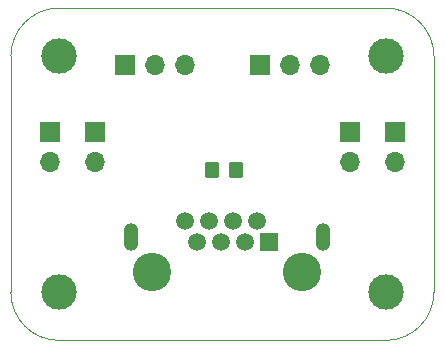
<source format=gbr>
G04 #@! TF.GenerationSoftware,KiCad,Pcbnew,7.0.2*
G04 #@! TF.CreationDate,2023-08-07T19:28:33-05:00*
G04 #@! TF.ProjectId,JoystickBoard,4a6f7973-7469-4636-9b42-6f6172642e6b,rev?*
G04 #@! TF.SameCoordinates,Original*
G04 #@! TF.FileFunction,Soldermask,Bot*
G04 #@! TF.FilePolarity,Negative*
%FSLAX46Y46*%
G04 Gerber Fmt 4.6, Leading zero omitted, Abs format (unit mm)*
G04 Created by KiCad (PCBNEW 7.0.2) date 2023-08-07 19:28:33*
%MOMM*%
%LPD*%
G01*
G04 APERTURE LIST*
G04 Aperture macros list*
%AMRoundRect*
0 Rectangle with rounded corners*
0 $1 Rounding radius*
0 $2 $3 $4 $5 $6 $7 $8 $9 X,Y pos of 4 corners*
0 Add a 4 corners polygon primitive as box body*
4,1,4,$2,$3,$4,$5,$6,$7,$8,$9,$2,$3,0*
0 Add four circle primitives for the rounded corners*
1,1,$1+$1,$2,$3*
1,1,$1+$1,$4,$5*
1,1,$1+$1,$6,$7*
1,1,$1+$1,$8,$9*
0 Add four rect primitives between the rounded corners*
20,1,$1+$1,$2,$3,$4,$5,0*
20,1,$1+$1,$4,$5,$6,$7,0*
20,1,$1+$1,$6,$7,$8,$9,0*
20,1,$1+$1,$8,$9,$2,$3,0*%
G04 Aperture macros list end*
%ADD10R,1.700000X1.700000*%
%ADD11O,1.700000X1.700000*%
%ADD12C,3.000000*%
%ADD13C,3.250000*%
%ADD14R,1.500000X1.500000*%
%ADD15C,1.500000*%
%ADD16O,1.259000X2.362000*%
%ADD17RoundRect,0.250000X0.350000X0.450000X-0.350000X0.450000X-0.350000X-0.450000X0.350000X-0.450000X0*%
G04 #@! TA.AperFunction,Profile*
%ADD18C,0.050000*%
G04 #@! TD*
G04 APERTURE END LIST*
D10*
X139700000Y-97075001D03*
D11*
X139700000Y-99615001D03*
D12*
X164338000Y-90678000D03*
X164338000Y-110678000D03*
X136638000Y-110678000D03*
D13*
X144529080Y-108922820D03*
X157229080Y-108922820D03*
D14*
X154428380Y-106382820D03*
D15*
X153408380Y-104602820D03*
X152398380Y-106382820D03*
X151378380Y-104602820D03*
X150368380Y-106382820D03*
X149348380Y-104602820D03*
X148338380Y-106382820D03*
X147318380Y-104602820D03*
D16*
X142749080Y-106020870D03*
X159009080Y-106020870D03*
D12*
X136638000Y-90678000D03*
D10*
X142240000Y-91440000D03*
D11*
X144780000Y-91440000D03*
X147320000Y-91440000D03*
D10*
X161290000Y-97075001D03*
D11*
X161290000Y-99615001D03*
D10*
X165100000Y-97075001D03*
D11*
X165100000Y-99615001D03*
X158750000Y-91440000D03*
X156210000Y-91440000D03*
D10*
X153670000Y-91440000D03*
X135890000Y-97075001D03*
D11*
X135890000Y-99615001D03*
D17*
X151622000Y-100330000D03*
X149622000Y-100330000D03*
D18*
X132588000Y-110680500D02*
G75*
G03*
X136652000Y-114744500I4064000J0D01*
G01*
X168402000Y-90678000D02*
X168402000Y-110680500D01*
X132588000Y-110680500D02*
X132588000Y-90678000D01*
X164338000Y-114744500D02*
X136652000Y-114744500D01*
X136652000Y-86614000D02*
G75*
G03*
X132588000Y-90678000I0J-4064000D01*
G01*
X164338000Y-86614000D02*
X136652000Y-86614000D01*
X168402000Y-90678000D02*
G75*
G03*
X164338000Y-86614000I-4064000J0D01*
G01*
X164338000Y-114744500D02*
G75*
G03*
X168402000Y-110680500I0J4064000D01*
G01*
M02*

</source>
